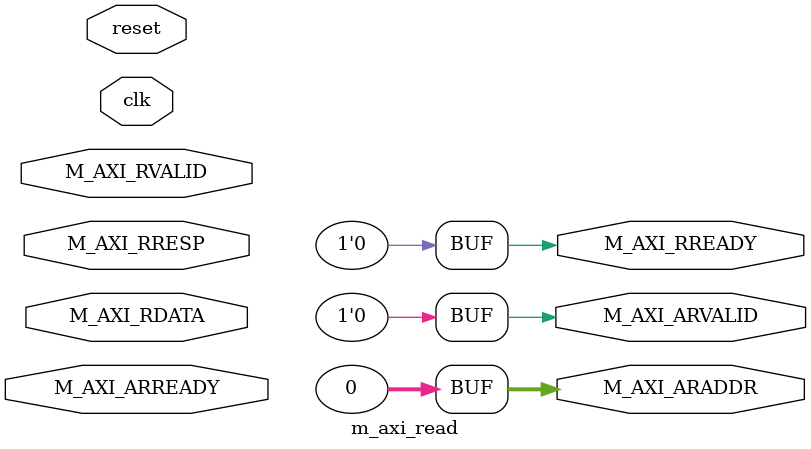
<source format=v>
module m_axi_read #(
    parameter GLOB_ADDR_WIDTH = 32, // Address width for AXI interface
    parameter GLOB_DATA_WIDTH = 32, // Data width for AXI interface

    parameter BANK1_INDEX_WIDTH    =  3, // 2 ^ 2 = 4 slots
    parameter BANK1_SRC_ADDR_WIDTH = 32,
    parameter BANK1_SRC_SIZE_WIDTH = 26,
    parameter BANK1_DST_ADDR_WIDTH = 32,
    parameter BANK1_DST_SIZE_WIDTH = 26,
    parameter BANK1_STATUS_WIDTH   =  2,
    parameter BANK1_PROFILE_WIDTH  = 32,
    parameter BANK1_LD_MSK_WIDTH   =  8,
    parameter BANK1_ST_MSK_WIDTH   =  8,

    parameter BANK0_CONTROL_WIDTH = 4,
    parameter BANK0_STATUS_WIDTH  = 4,
    parameter BANK0_CNT_WIDTH     = BANK1_INDEX_WIDTH, /// the counter for the sequencer

    parameter DMA_INIT_TASK_CNT   = 8, //// (baseAddr0 + size0) + (baseAddr1 + size1)
    parameter DMA_EXEC_TASK_CNT   = 1
)(

input wire clk,
input  wire reset,
/**
------------ AXI4-Lite Master Read Interface
it is supposed to connect to the DMA
*/

// Read Address Channel
output  wire [GLOB_ADDR_WIDTH-1:0]  M_AXI_ARADDR,
output  wire                        M_AXI_ARVALID,
input   wire                        M_AXI_ARREADY,

// Read Data Channel
input   wire  [GLOB_ADDR_WIDTH-1:0]   M_AXI_RDATA, ////// read data output acctually it is a reg
input   wire  [1:0]                   M_AXI_RRESP,
input   wire                          M_AXI_RVALID,
output  wire                          M_AXI_RREADY
);


assign M_AXI_ARADDR    = 0;
assign M_AXI_ARVALID   = 0;

assign M_AXI_RREADY    = 0;

endmodule

</source>
